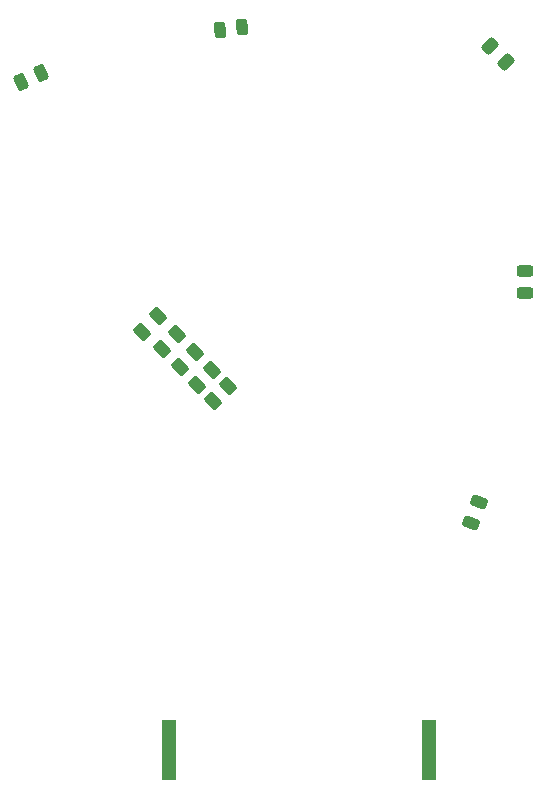
<source format=gbp>
G04 #@! TF.GenerationSoftware,KiCad,Pcbnew,(6.0.10-0)*
G04 #@! TF.CreationDate,2023-09-19T21:44:42+02:00*
G04 #@! TF.ProjectId,SwiftLeeds,53776966-744c-4656-9564-732e6b696361,rev?*
G04 #@! TF.SameCoordinates,Original*
G04 #@! TF.FileFunction,Paste,Bot*
G04 #@! TF.FilePolarity,Positive*
%FSLAX46Y46*%
G04 Gerber Fmt 4.6, Leading zero omitted, Abs format (unit mm)*
G04 Created by KiCad (PCBNEW (6.0.10-0)) date 2023-09-19 21:44:42*
%MOMM*%
%LPD*%
G01*
G04 APERTURE LIST*
G04 Aperture macros list*
%AMRoundRect*
0 Rectangle with rounded corners*
0 $1 Rounding radius*
0 $2 $3 $4 $5 $6 $7 $8 $9 X,Y pos of 4 corners*
0 Add a 4 corners polygon primitive as box body*
4,1,4,$2,$3,$4,$5,$6,$7,$8,$9,$2,$3,0*
0 Add four circle primitives for the rounded corners*
1,1,$1+$1,$2,$3*
1,1,$1+$1,$4,$5*
1,1,$1+$1,$6,$7*
1,1,$1+$1,$8,$9*
0 Add four rect primitives between the rounded corners*
20,1,$1+$1,$2,$3,$4,$5,0*
20,1,$1+$1,$4,$5,$6,$7,0*
20,1,$1+$1,$6,$7,$8,$9,0*
20,1,$1+$1,$8,$9,$2,$3,0*%
G04 Aperture macros list end*
%ADD10RoundRect,0.250000X-0.132583X0.503814X-0.503814X0.132583X0.132583X-0.503814X0.503814X-0.132583X0*%
%ADD11RoundRect,0.243750X-0.345367X0.385097X-0.512102X-0.073003X0.345367X-0.385097X0.512102X0.073003X0*%
%ADD12RoundRect,0.243750X-0.028093X-0.516516X0.413732X-0.310490X0.028093X0.516516X-0.413732X0.310490X0*%
%ADD13RoundRect,0.243750X-0.194724X-0.479229X0.290106X-0.428272X0.194724X0.479229X-0.290106X0.428272X0*%
%ADD14R,1.270000X5.080000*%
%ADD15RoundRect,0.243750X-0.494975X-0.150260X-0.150260X-0.494975X0.494975X0.150260X0.150260X0.494975X0*%
%ADD16RoundRect,0.243750X-0.456250X0.243750X-0.456250X-0.243750X0.456250X-0.243750X0.456250X0.243750X0*%
G04 APERTURE END LIST*
D10*
X138830470Y-69909530D03*
X137540000Y-71200000D03*
X141620470Y-72799530D03*
X140330000Y-74090000D03*
D11*
X162179356Y-84390962D03*
X162820644Y-82629038D03*
D10*
X140280470Y-71439530D03*
X138990000Y-72730000D03*
D12*
X125747785Y-46286883D03*
X124048457Y-47079293D03*
D13*
X142792364Y-42452005D03*
X140927636Y-42647995D03*
D10*
X135630470Y-66929530D03*
X134340000Y-68220000D03*
D14*
X136635000Y-103640000D03*
X158605000Y-103640000D03*
D15*
X163787087Y-44057087D03*
X165112913Y-45382913D03*
D16*
X166730000Y-63072500D03*
X166730000Y-64947500D03*
D10*
X137290470Y-68439530D03*
X136000000Y-69730000D03*
M02*

</source>
